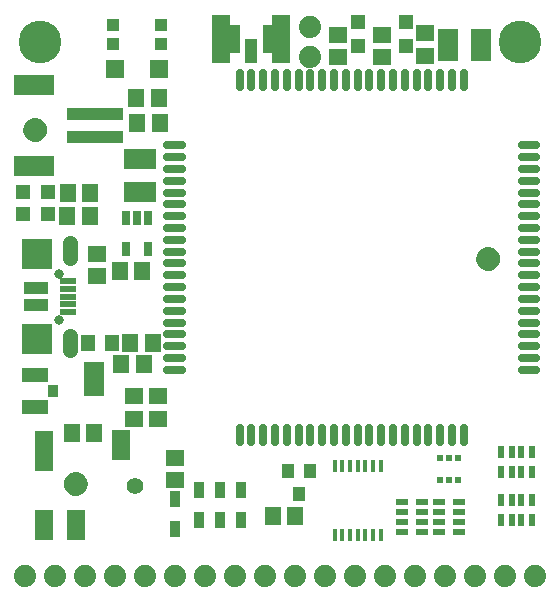
<source format=gbr>
G04 EAGLE Gerber RS-274X export*
G75*
%MOMM*%
%FSLAX34Y34*%
%LPD*%
%INSoldermask Top*%
%IPPOS*%
%AMOC8*
5,1,8,0,0,1.08239X$1,22.5*%
G01*
%ADD10R,0.651600X1.301600*%
%ADD11R,1.301600X1.301600*%
%ADD12R,1.401600X1.601600*%
%ADD13R,4.701600X1.101600*%
%ADD14R,3.501600X1.701600*%
%ADD15R,1.601600X1.401600*%
%ADD16C,0.801600*%
%ADD17R,2.601600X2.601600*%
%ADD18C,1.309600*%
%ADD19R,2.101600X1.101600*%
%ADD20R,1.450000X0.500000*%
%ADD21R,1.001600X1.101600*%
%ADD22R,1.501600X1.501600*%
%ADD23R,2.801600X1.701600*%
%ADD24R,0.601600X0.601600*%
%ADD25R,0.501600X0.601600*%
%ADD26C,3.617600*%
%ADD27C,1.101600*%
%ADD28C,0.500000*%
%ADD29R,0.901600X1.451600*%
%ADD30R,0.450000X1.000000*%
%ADD31R,1.601600X2.601600*%
%ADD32R,1.601600X3.501600*%
%ADD33C,1.401600*%
%ADD34R,1.625600X4.165600*%
%ADD35R,1.117600X2.133600*%
%ADD36R,0.914400X2.336800*%
%ADD37R,2.301600X1.151600*%
%ADD38R,0.901600X1.101600*%
%ADD39R,1.001600X0.551600*%
%ADD40R,0.551600X1.001600*%
%ADD41C,0.701600*%
%ADD42R,1.701600X2.801600*%
%ADD43C,1.879600*%
%ADD44R,1.101600X1.301600*%
%ADD45R,1.301600X1.401600*%
%ADD46R,1.651000X2.921000*%


D10*
X117450Y320341D03*
X107950Y320341D03*
X98450Y320341D03*
X98450Y294339D03*
X117450Y294339D03*
D11*
X32100Y323960D03*
X11100Y323960D03*
X11150Y342440D03*
X32150Y342440D03*
D12*
X48920Y322580D03*
X67920Y322580D03*
X49080Y341630D03*
X68080Y341630D03*
D13*
X72560Y388780D03*
X72560Y408780D03*
D14*
X20560Y364780D03*
X20560Y432780D03*
D15*
X73660Y290170D03*
X73660Y271170D03*
D12*
X112370Y275590D03*
X93370Y275590D03*
D16*
X41910Y273500D03*
X41910Y234500D03*
D17*
X22910Y218000D03*
X22910Y290000D03*
D18*
X50910Y287000D02*
X50910Y299080D01*
X50910Y221000D02*
X50910Y208920D01*
D19*
X21910Y261500D03*
X21910Y246500D03*
D20*
X49660Y267000D03*
X49660Y260500D03*
X49660Y254000D03*
X49660Y247500D03*
X49660Y241000D03*
D21*
X128450Y484250D03*
X128450Y468250D03*
X87450Y468250D03*
X87450Y484250D03*
D22*
X89450Y447040D03*
X126450Y447040D03*
D12*
X107180Y421790D03*
X126180Y421790D03*
X108140Y400840D03*
X127140Y400840D03*
D23*
X110490Y370870D03*
X110490Y342870D03*
D24*
X379610Y116950D03*
D25*
X372110Y116950D03*
D24*
X364610Y116950D03*
X364610Y98950D03*
D25*
X372110Y98950D03*
D24*
X379610Y98950D03*
D15*
X351790Y457860D03*
X351790Y476860D03*
D11*
X335280Y486750D03*
X335280Y465750D03*
X294640Y486750D03*
X294640Y465750D03*
D15*
X314960Y475590D03*
X314960Y456590D03*
X278130Y475590D03*
X278130Y456590D03*
D26*
X431800Y469900D03*
X25400Y469900D03*
D27*
X405130Y285750D03*
D28*
X405130Y293250D02*
X404949Y293248D01*
X404768Y293241D01*
X404587Y293230D01*
X404406Y293215D01*
X404226Y293195D01*
X404046Y293171D01*
X403867Y293143D01*
X403689Y293110D01*
X403512Y293073D01*
X403335Y293032D01*
X403160Y292987D01*
X402985Y292937D01*
X402812Y292883D01*
X402641Y292825D01*
X402470Y292763D01*
X402302Y292696D01*
X402135Y292626D01*
X401969Y292552D01*
X401806Y292473D01*
X401645Y292391D01*
X401485Y292305D01*
X401328Y292215D01*
X401173Y292121D01*
X401020Y292024D01*
X400870Y291922D01*
X400722Y291818D01*
X400576Y291709D01*
X400434Y291598D01*
X400294Y291482D01*
X400157Y291364D01*
X400022Y291242D01*
X399891Y291117D01*
X399763Y290989D01*
X399638Y290858D01*
X399516Y290723D01*
X399398Y290586D01*
X399282Y290446D01*
X399171Y290304D01*
X399062Y290158D01*
X398958Y290010D01*
X398856Y289860D01*
X398759Y289707D01*
X398665Y289552D01*
X398575Y289395D01*
X398489Y289235D01*
X398407Y289074D01*
X398328Y288911D01*
X398254Y288745D01*
X398184Y288578D01*
X398117Y288410D01*
X398055Y288239D01*
X397997Y288068D01*
X397943Y287895D01*
X397893Y287720D01*
X397848Y287545D01*
X397807Y287368D01*
X397770Y287191D01*
X397737Y287013D01*
X397709Y286834D01*
X397685Y286654D01*
X397665Y286474D01*
X397650Y286293D01*
X397639Y286112D01*
X397632Y285931D01*
X397630Y285750D01*
X405130Y293250D02*
X405311Y293248D01*
X405492Y293241D01*
X405673Y293230D01*
X405854Y293215D01*
X406034Y293195D01*
X406214Y293171D01*
X406393Y293143D01*
X406571Y293110D01*
X406748Y293073D01*
X406925Y293032D01*
X407100Y292987D01*
X407275Y292937D01*
X407448Y292883D01*
X407619Y292825D01*
X407790Y292763D01*
X407958Y292696D01*
X408125Y292626D01*
X408291Y292552D01*
X408454Y292473D01*
X408615Y292391D01*
X408775Y292305D01*
X408932Y292215D01*
X409087Y292121D01*
X409240Y292024D01*
X409390Y291922D01*
X409538Y291818D01*
X409684Y291709D01*
X409826Y291598D01*
X409966Y291482D01*
X410103Y291364D01*
X410238Y291242D01*
X410369Y291117D01*
X410497Y290989D01*
X410622Y290858D01*
X410744Y290723D01*
X410862Y290586D01*
X410978Y290446D01*
X411089Y290304D01*
X411198Y290158D01*
X411302Y290010D01*
X411404Y289860D01*
X411501Y289707D01*
X411595Y289552D01*
X411685Y289395D01*
X411771Y289235D01*
X411853Y289074D01*
X411932Y288911D01*
X412006Y288745D01*
X412076Y288578D01*
X412143Y288410D01*
X412205Y288239D01*
X412263Y288068D01*
X412317Y287895D01*
X412367Y287720D01*
X412412Y287545D01*
X412453Y287368D01*
X412490Y287191D01*
X412523Y287013D01*
X412551Y286834D01*
X412575Y286654D01*
X412595Y286474D01*
X412610Y286293D01*
X412621Y286112D01*
X412628Y285931D01*
X412630Y285750D01*
X412628Y285569D01*
X412621Y285388D01*
X412610Y285207D01*
X412595Y285026D01*
X412575Y284846D01*
X412551Y284666D01*
X412523Y284487D01*
X412490Y284309D01*
X412453Y284132D01*
X412412Y283955D01*
X412367Y283780D01*
X412317Y283605D01*
X412263Y283432D01*
X412205Y283261D01*
X412143Y283090D01*
X412076Y282922D01*
X412006Y282755D01*
X411932Y282589D01*
X411853Y282426D01*
X411771Y282265D01*
X411685Y282105D01*
X411595Y281948D01*
X411501Y281793D01*
X411404Y281640D01*
X411302Y281490D01*
X411198Y281342D01*
X411089Y281196D01*
X410978Y281054D01*
X410862Y280914D01*
X410744Y280777D01*
X410622Y280642D01*
X410497Y280511D01*
X410369Y280383D01*
X410238Y280258D01*
X410103Y280136D01*
X409966Y280018D01*
X409826Y279902D01*
X409684Y279791D01*
X409538Y279682D01*
X409390Y279578D01*
X409240Y279476D01*
X409087Y279379D01*
X408932Y279285D01*
X408775Y279195D01*
X408615Y279109D01*
X408454Y279027D01*
X408291Y278948D01*
X408125Y278874D01*
X407958Y278804D01*
X407790Y278737D01*
X407619Y278675D01*
X407448Y278617D01*
X407275Y278563D01*
X407100Y278513D01*
X406925Y278468D01*
X406748Y278427D01*
X406571Y278390D01*
X406393Y278357D01*
X406214Y278329D01*
X406034Y278305D01*
X405854Y278285D01*
X405673Y278270D01*
X405492Y278259D01*
X405311Y278252D01*
X405130Y278250D01*
X404949Y278252D01*
X404768Y278259D01*
X404587Y278270D01*
X404406Y278285D01*
X404226Y278305D01*
X404046Y278329D01*
X403867Y278357D01*
X403689Y278390D01*
X403512Y278427D01*
X403335Y278468D01*
X403160Y278513D01*
X402985Y278563D01*
X402812Y278617D01*
X402641Y278675D01*
X402470Y278737D01*
X402302Y278804D01*
X402135Y278874D01*
X401969Y278948D01*
X401806Y279027D01*
X401645Y279109D01*
X401485Y279195D01*
X401328Y279285D01*
X401173Y279379D01*
X401020Y279476D01*
X400870Y279578D01*
X400722Y279682D01*
X400576Y279791D01*
X400434Y279902D01*
X400294Y280018D01*
X400157Y280136D01*
X400022Y280258D01*
X399891Y280383D01*
X399763Y280511D01*
X399638Y280642D01*
X399516Y280777D01*
X399398Y280914D01*
X399282Y281054D01*
X399171Y281196D01*
X399062Y281342D01*
X398958Y281490D01*
X398856Y281640D01*
X398759Y281793D01*
X398665Y281948D01*
X398575Y282105D01*
X398489Y282265D01*
X398407Y282426D01*
X398328Y282589D01*
X398254Y282755D01*
X398184Y282922D01*
X398117Y283090D01*
X398055Y283261D01*
X397997Y283432D01*
X397943Y283605D01*
X397893Y283780D01*
X397848Y283955D01*
X397807Y284132D01*
X397770Y284309D01*
X397737Y284487D01*
X397709Y284666D01*
X397685Y284846D01*
X397665Y285026D01*
X397650Y285207D01*
X397639Y285388D01*
X397632Y285569D01*
X397630Y285750D01*
D27*
X21590Y394970D03*
D28*
X21590Y402470D02*
X21409Y402468D01*
X21228Y402461D01*
X21047Y402450D01*
X20866Y402435D01*
X20686Y402415D01*
X20506Y402391D01*
X20327Y402363D01*
X20149Y402330D01*
X19972Y402293D01*
X19795Y402252D01*
X19620Y402207D01*
X19445Y402157D01*
X19272Y402103D01*
X19101Y402045D01*
X18930Y401983D01*
X18762Y401916D01*
X18595Y401846D01*
X18429Y401772D01*
X18266Y401693D01*
X18105Y401611D01*
X17945Y401525D01*
X17788Y401435D01*
X17633Y401341D01*
X17480Y401244D01*
X17330Y401142D01*
X17182Y401038D01*
X17036Y400929D01*
X16894Y400818D01*
X16754Y400702D01*
X16617Y400584D01*
X16482Y400462D01*
X16351Y400337D01*
X16223Y400209D01*
X16098Y400078D01*
X15976Y399943D01*
X15858Y399806D01*
X15742Y399666D01*
X15631Y399524D01*
X15522Y399378D01*
X15418Y399230D01*
X15316Y399080D01*
X15219Y398927D01*
X15125Y398772D01*
X15035Y398615D01*
X14949Y398455D01*
X14867Y398294D01*
X14788Y398131D01*
X14714Y397965D01*
X14644Y397798D01*
X14577Y397630D01*
X14515Y397459D01*
X14457Y397288D01*
X14403Y397115D01*
X14353Y396940D01*
X14308Y396765D01*
X14267Y396588D01*
X14230Y396411D01*
X14197Y396233D01*
X14169Y396054D01*
X14145Y395874D01*
X14125Y395694D01*
X14110Y395513D01*
X14099Y395332D01*
X14092Y395151D01*
X14090Y394970D01*
X21590Y402470D02*
X21771Y402468D01*
X21952Y402461D01*
X22133Y402450D01*
X22314Y402435D01*
X22494Y402415D01*
X22674Y402391D01*
X22853Y402363D01*
X23031Y402330D01*
X23208Y402293D01*
X23385Y402252D01*
X23560Y402207D01*
X23735Y402157D01*
X23908Y402103D01*
X24079Y402045D01*
X24250Y401983D01*
X24418Y401916D01*
X24585Y401846D01*
X24751Y401772D01*
X24914Y401693D01*
X25075Y401611D01*
X25235Y401525D01*
X25392Y401435D01*
X25547Y401341D01*
X25700Y401244D01*
X25850Y401142D01*
X25998Y401038D01*
X26144Y400929D01*
X26286Y400818D01*
X26426Y400702D01*
X26563Y400584D01*
X26698Y400462D01*
X26829Y400337D01*
X26957Y400209D01*
X27082Y400078D01*
X27204Y399943D01*
X27322Y399806D01*
X27438Y399666D01*
X27549Y399524D01*
X27658Y399378D01*
X27762Y399230D01*
X27864Y399080D01*
X27961Y398927D01*
X28055Y398772D01*
X28145Y398615D01*
X28231Y398455D01*
X28313Y398294D01*
X28392Y398131D01*
X28466Y397965D01*
X28536Y397798D01*
X28603Y397630D01*
X28665Y397459D01*
X28723Y397288D01*
X28777Y397115D01*
X28827Y396940D01*
X28872Y396765D01*
X28913Y396588D01*
X28950Y396411D01*
X28983Y396233D01*
X29011Y396054D01*
X29035Y395874D01*
X29055Y395694D01*
X29070Y395513D01*
X29081Y395332D01*
X29088Y395151D01*
X29090Y394970D01*
X29088Y394789D01*
X29081Y394608D01*
X29070Y394427D01*
X29055Y394246D01*
X29035Y394066D01*
X29011Y393886D01*
X28983Y393707D01*
X28950Y393529D01*
X28913Y393352D01*
X28872Y393175D01*
X28827Y393000D01*
X28777Y392825D01*
X28723Y392652D01*
X28665Y392481D01*
X28603Y392310D01*
X28536Y392142D01*
X28466Y391975D01*
X28392Y391809D01*
X28313Y391646D01*
X28231Y391485D01*
X28145Y391325D01*
X28055Y391168D01*
X27961Y391013D01*
X27864Y390860D01*
X27762Y390710D01*
X27658Y390562D01*
X27549Y390416D01*
X27438Y390274D01*
X27322Y390134D01*
X27204Y389997D01*
X27082Y389862D01*
X26957Y389731D01*
X26829Y389603D01*
X26698Y389478D01*
X26563Y389356D01*
X26426Y389238D01*
X26286Y389122D01*
X26144Y389011D01*
X25998Y388902D01*
X25850Y388798D01*
X25700Y388696D01*
X25547Y388599D01*
X25392Y388505D01*
X25235Y388415D01*
X25075Y388329D01*
X24914Y388247D01*
X24751Y388168D01*
X24585Y388094D01*
X24418Y388024D01*
X24250Y387957D01*
X24079Y387895D01*
X23908Y387837D01*
X23735Y387783D01*
X23560Y387733D01*
X23385Y387688D01*
X23208Y387647D01*
X23031Y387610D01*
X22853Y387577D01*
X22674Y387549D01*
X22494Y387525D01*
X22314Y387505D01*
X22133Y387490D01*
X21952Y387479D01*
X21771Y387472D01*
X21590Y387470D01*
X21409Y387472D01*
X21228Y387479D01*
X21047Y387490D01*
X20866Y387505D01*
X20686Y387525D01*
X20506Y387549D01*
X20327Y387577D01*
X20149Y387610D01*
X19972Y387647D01*
X19795Y387688D01*
X19620Y387733D01*
X19445Y387783D01*
X19272Y387837D01*
X19101Y387895D01*
X18930Y387957D01*
X18762Y388024D01*
X18595Y388094D01*
X18429Y388168D01*
X18266Y388247D01*
X18105Y388329D01*
X17945Y388415D01*
X17788Y388505D01*
X17633Y388599D01*
X17480Y388696D01*
X17330Y388798D01*
X17182Y388902D01*
X17036Y389011D01*
X16894Y389122D01*
X16754Y389238D01*
X16617Y389356D01*
X16482Y389478D01*
X16351Y389603D01*
X16223Y389731D01*
X16098Y389862D01*
X15976Y389997D01*
X15858Y390134D01*
X15742Y390274D01*
X15631Y390416D01*
X15522Y390562D01*
X15418Y390710D01*
X15316Y390860D01*
X15219Y391013D01*
X15125Y391168D01*
X15035Y391325D01*
X14949Y391485D01*
X14867Y391646D01*
X14788Y391809D01*
X14714Y391975D01*
X14644Y392142D01*
X14577Y392310D01*
X14515Y392481D01*
X14457Y392652D01*
X14403Y392825D01*
X14353Y393000D01*
X14308Y393175D01*
X14267Y393352D01*
X14230Y393529D01*
X14197Y393707D01*
X14169Y393886D01*
X14145Y394066D01*
X14125Y394246D01*
X14110Y394427D01*
X14099Y394608D01*
X14092Y394789D01*
X14090Y394970D01*
D27*
X55880Y95250D03*
D28*
X55880Y102750D02*
X55699Y102748D01*
X55518Y102741D01*
X55337Y102730D01*
X55156Y102715D01*
X54976Y102695D01*
X54796Y102671D01*
X54617Y102643D01*
X54439Y102610D01*
X54262Y102573D01*
X54085Y102532D01*
X53910Y102487D01*
X53735Y102437D01*
X53562Y102383D01*
X53391Y102325D01*
X53220Y102263D01*
X53052Y102196D01*
X52885Y102126D01*
X52719Y102052D01*
X52556Y101973D01*
X52395Y101891D01*
X52235Y101805D01*
X52078Y101715D01*
X51923Y101621D01*
X51770Y101524D01*
X51620Y101422D01*
X51472Y101318D01*
X51326Y101209D01*
X51184Y101098D01*
X51044Y100982D01*
X50907Y100864D01*
X50772Y100742D01*
X50641Y100617D01*
X50513Y100489D01*
X50388Y100358D01*
X50266Y100223D01*
X50148Y100086D01*
X50032Y99946D01*
X49921Y99804D01*
X49812Y99658D01*
X49708Y99510D01*
X49606Y99360D01*
X49509Y99207D01*
X49415Y99052D01*
X49325Y98895D01*
X49239Y98735D01*
X49157Y98574D01*
X49078Y98411D01*
X49004Y98245D01*
X48934Y98078D01*
X48867Y97910D01*
X48805Y97739D01*
X48747Y97568D01*
X48693Y97395D01*
X48643Y97220D01*
X48598Y97045D01*
X48557Y96868D01*
X48520Y96691D01*
X48487Y96513D01*
X48459Y96334D01*
X48435Y96154D01*
X48415Y95974D01*
X48400Y95793D01*
X48389Y95612D01*
X48382Y95431D01*
X48380Y95250D01*
X55880Y102750D02*
X56061Y102748D01*
X56242Y102741D01*
X56423Y102730D01*
X56604Y102715D01*
X56784Y102695D01*
X56964Y102671D01*
X57143Y102643D01*
X57321Y102610D01*
X57498Y102573D01*
X57675Y102532D01*
X57850Y102487D01*
X58025Y102437D01*
X58198Y102383D01*
X58369Y102325D01*
X58540Y102263D01*
X58708Y102196D01*
X58875Y102126D01*
X59041Y102052D01*
X59204Y101973D01*
X59365Y101891D01*
X59525Y101805D01*
X59682Y101715D01*
X59837Y101621D01*
X59990Y101524D01*
X60140Y101422D01*
X60288Y101318D01*
X60434Y101209D01*
X60576Y101098D01*
X60716Y100982D01*
X60853Y100864D01*
X60988Y100742D01*
X61119Y100617D01*
X61247Y100489D01*
X61372Y100358D01*
X61494Y100223D01*
X61612Y100086D01*
X61728Y99946D01*
X61839Y99804D01*
X61948Y99658D01*
X62052Y99510D01*
X62154Y99360D01*
X62251Y99207D01*
X62345Y99052D01*
X62435Y98895D01*
X62521Y98735D01*
X62603Y98574D01*
X62682Y98411D01*
X62756Y98245D01*
X62826Y98078D01*
X62893Y97910D01*
X62955Y97739D01*
X63013Y97568D01*
X63067Y97395D01*
X63117Y97220D01*
X63162Y97045D01*
X63203Y96868D01*
X63240Y96691D01*
X63273Y96513D01*
X63301Y96334D01*
X63325Y96154D01*
X63345Y95974D01*
X63360Y95793D01*
X63371Y95612D01*
X63378Y95431D01*
X63380Y95250D01*
X63378Y95069D01*
X63371Y94888D01*
X63360Y94707D01*
X63345Y94526D01*
X63325Y94346D01*
X63301Y94166D01*
X63273Y93987D01*
X63240Y93809D01*
X63203Y93632D01*
X63162Y93455D01*
X63117Y93280D01*
X63067Y93105D01*
X63013Y92932D01*
X62955Y92761D01*
X62893Y92590D01*
X62826Y92422D01*
X62756Y92255D01*
X62682Y92089D01*
X62603Y91926D01*
X62521Y91765D01*
X62435Y91605D01*
X62345Y91448D01*
X62251Y91293D01*
X62154Y91140D01*
X62052Y90990D01*
X61948Y90842D01*
X61839Y90696D01*
X61728Y90554D01*
X61612Y90414D01*
X61494Y90277D01*
X61372Y90142D01*
X61247Y90011D01*
X61119Y89883D01*
X60988Y89758D01*
X60853Y89636D01*
X60716Y89518D01*
X60576Y89402D01*
X60434Y89291D01*
X60288Y89182D01*
X60140Y89078D01*
X59990Y88976D01*
X59837Y88879D01*
X59682Y88785D01*
X59525Y88695D01*
X59365Y88609D01*
X59204Y88527D01*
X59041Y88448D01*
X58875Y88374D01*
X58708Y88304D01*
X58540Y88237D01*
X58369Y88175D01*
X58198Y88117D01*
X58025Y88063D01*
X57850Y88013D01*
X57675Y87968D01*
X57498Y87927D01*
X57321Y87890D01*
X57143Y87857D01*
X56964Y87829D01*
X56784Y87805D01*
X56604Y87785D01*
X56423Y87770D01*
X56242Y87759D01*
X56061Y87752D01*
X55880Y87750D01*
X55699Y87752D01*
X55518Y87759D01*
X55337Y87770D01*
X55156Y87785D01*
X54976Y87805D01*
X54796Y87829D01*
X54617Y87857D01*
X54439Y87890D01*
X54262Y87927D01*
X54085Y87968D01*
X53910Y88013D01*
X53735Y88063D01*
X53562Y88117D01*
X53391Y88175D01*
X53220Y88237D01*
X53052Y88304D01*
X52885Y88374D01*
X52719Y88448D01*
X52556Y88527D01*
X52395Y88609D01*
X52235Y88695D01*
X52078Y88785D01*
X51923Y88879D01*
X51770Y88976D01*
X51620Y89078D01*
X51472Y89182D01*
X51326Y89291D01*
X51184Y89402D01*
X51044Y89518D01*
X50907Y89636D01*
X50772Y89758D01*
X50641Y89883D01*
X50513Y90011D01*
X50388Y90142D01*
X50266Y90277D01*
X50148Y90414D01*
X50032Y90554D01*
X49921Y90696D01*
X49812Y90842D01*
X49708Y90990D01*
X49606Y91140D01*
X49509Y91293D01*
X49415Y91448D01*
X49325Y91605D01*
X49239Y91765D01*
X49157Y91926D01*
X49078Y92089D01*
X49004Y92255D01*
X48934Y92422D01*
X48867Y92590D01*
X48805Y92761D01*
X48747Y92932D01*
X48693Y93105D01*
X48643Y93280D01*
X48598Y93455D01*
X48557Y93632D01*
X48520Y93809D01*
X48487Y93987D01*
X48459Y94166D01*
X48435Y94346D01*
X48415Y94526D01*
X48400Y94707D01*
X48389Y94888D01*
X48382Y95069D01*
X48380Y95250D01*
D29*
X139700Y57150D03*
X139700Y82550D03*
X160020Y64770D03*
X160020Y90170D03*
D30*
X314140Y110530D03*
X307640Y110530D03*
X301140Y110530D03*
X294640Y110530D03*
X288140Y110530D03*
X281640Y110530D03*
X275140Y110530D03*
X275140Y52030D03*
X281640Y52030D03*
X288140Y52030D03*
X294640Y52030D03*
X301140Y52030D03*
X307640Y52030D03*
X314140Y52030D03*
D31*
X29270Y60980D03*
X94270Y127980D03*
X56270Y60980D03*
D32*
X29270Y122980D03*
D33*
X106270Y93980D03*
D12*
X52730Y138430D03*
X71730Y138430D03*
D34*
X229870Y472440D03*
X179070Y472440D03*
D35*
X204470Y462280D03*
D36*
X218424Y472186D03*
X190516Y472186D03*
D37*
X21590Y187740D03*
X21590Y160240D03*
D38*
X36840Y173990D03*
D39*
X331860Y54310D03*
X348860Y54310D03*
X331860Y63310D03*
X331860Y71310D03*
X331860Y80310D03*
X348860Y80310D03*
X348860Y63310D03*
X348860Y71310D03*
X363610Y54310D03*
X380610Y54310D03*
X363610Y63310D03*
X363610Y71310D03*
X363610Y80310D03*
X380610Y80310D03*
X380610Y63310D03*
X380610Y71310D03*
D40*
X416260Y122800D03*
X416260Y105800D03*
X425260Y122800D03*
X433260Y122800D03*
X442260Y122800D03*
X442260Y105800D03*
X425260Y105800D03*
X433260Y105800D03*
X416260Y82160D03*
X416260Y65160D03*
X425260Y82160D03*
X433260Y82160D03*
X442260Y82160D03*
X442260Y65160D03*
X425260Y65160D03*
X433260Y65160D03*
D41*
X194560Y131020D02*
X194560Y143020D01*
X204560Y143020D02*
X204560Y131020D01*
X214560Y131020D02*
X214560Y143020D01*
X224560Y143020D02*
X224560Y131020D01*
X234560Y131020D02*
X234560Y143020D01*
X244560Y143020D02*
X244560Y131020D01*
X254560Y131020D02*
X254560Y143020D01*
X264560Y143020D02*
X264560Y131020D01*
X274560Y131020D02*
X274560Y143020D01*
X284560Y143020D02*
X284560Y131020D01*
X294560Y131020D02*
X294560Y143020D01*
X304560Y143020D02*
X304560Y131020D01*
X314560Y131020D02*
X314560Y143020D01*
X324560Y143020D02*
X324560Y131020D01*
X334560Y131020D02*
X334560Y143020D01*
X344560Y143020D02*
X344560Y131020D01*
X354560Y131020D02*
X354560Y143020D01*
X364560Y143020D02*
X364560Y131020D01*
X374560Y131020D02*
X374560Y143020D01*
X384560Y143020D02*
X384560Y131020D01*
X433560Y192020D02*
X445560Y192020D01*
X445560Y202020D02*
X433560Y202020D01*
X433560Y212020D02*
X445560Y212020D01*
X445560Y222020D02*
X433560Y222020D01*
X433560Y232020D02*
X445560Y232020D01*
X445560Y242020D02*
X433560Y242020D01*
X433560Y252020D02*
X445560Y252020D01*
X445560Y262020D02*
X433560Y262020D01*
X433560Y272020D02*
X445560Y272020D01*
X445560Y282020D02*
X433560Y282020D01*
X433560Y292020D02*
X445560Y292020D01*
X445560Y302020D02*
X433560Y302020D01*
X433560Y312020D02*
X445560Y312020D01*
X445560Y322020D02*
X433560Y322020D01*
X433560Y332020D02*
X445560Y332020D01*
X445560Y342020D02*
X433560Y342020D01*
X433560Y352020D02*
X445560Y352020D01*
X445560Y362020D02*
X433560Y362020D01*
X433560Y372020D02*
X445560Y372020D01*
X445560Y382020D02*
X433560Y382020D01*
X384560Y431020D02*
X384560Y443020D01*
X374560Y443020D02*
X374560Y431020D01*
X364560Y431020D02*
X364560Y443020D01*
X354560Y443020D02*
X354560Y431020D01*
X344560Y431020D02*
X344560Y443020D01*
X334560Y443020D02*
X334560Y431020D01*
X324560Y431020D02*
X324560Y443020D01*
X314560Y443020D02*
X314560Y431020D01*
X304560Y431020D02*
X304560Y443020D01*
X294560Y443020D02*
X294560Y431020D01*
X284560Y431020D02*
X284560Y443020D01*
X274560Y443020D02*
X274560Y431020D01*
X264560Y431020D02*
X264560Y443020D01*
X254560Y443020D02*
X254560Y431020D01*
X244560Y431020D02*
X244560Y443020D01*
X234560Y443020D02*
X234560Y431020D01*
X224560Y431020D02*
X224560Y443020D01*
X214560Y443020D02*
X214560Y431020D01*
X204560Y431020D02*
X204560Y443020D01*
X194560Y443020D02*
X194560Y431020D01*
X145560Y382020D02*
X133560Y382020D01*
X133560Y372020D02*
X145560Y372020D01*
X145560Y362020D02*
X133560Y362020D01*
X133560Y352020D02*
X145560Y352020D01*
X145560Y342020D02*
X133560Y342020D01*
X133560Y332020D02*
X145560Y332020D01*
X145560Y322020D02*
X133560Y322020D01*
X133560Y312020D02*
X145560Y312020D01*
X145560Y302020D02*
X133560Y302020D01*
X133560Y292020D02*
X145560Y292020D01*
X145560Y282020D02*
X133560Y282020D01*
X133560Y272020D02*
X145560Y272020D01*
X145560Y262020D02*
X133560Y262020D01*
X133560Y252020D02*
X145560Y252020D01*
X145560Y242020D02*
X133560Y242020D01*
X133560Y232020D02*
X145560Y232020D01*
X145560Y222020D02*
X133560Y222020D01*
X133560Y212020D02*
X145560Y212020D01*
X145560Y202020D02*
X133560Y202020D01*
X133560Y192020D02*
X145560Y192020D01*
D42*
X398810Y467360D03*
X370810Y467360D03*
D43*
X12700Y17780D03*
X38100Y17780D03*
X63500Y17780D03*
X88900Y17780D03*
X114300Y17780D03*
X139700Y17780D03*
X165100Y17780D03*
X190500Y17780D03*
X215900Y17780D03*
X241300Y17780D03*
X266700Y17780D03*
X292100Y17780D03*
X317500Y17780D03*
X342900Y17780D03*
X368300Y17780D03*
X393700Y17780D03*
X419100Y17780D03*
X444500Y17780D03*
D29*
X177800Y64770D03*
X177800Y90170D03*
D12*
X241910Y68580D03*
X222910Y68580D03*
D44*
X245110Y86520D03*
X235610Y106520D03*
X254610Y106520D03*
D12*
X102260Y214630D03*
X121260Y214630D03*
D45*
X66040Y214630D03*
X86360Y214630D03*
D46*
X71120Y184150D03*
D15*
X125730Y169520D03*
X125730Y150520D03*
X105410Y169520D03*
X105410Y150520D03*
D12*
X113640Y196850D03*
X94640Y196850D03*
D15*
X139700Y98450D03*
X139700Y117450D03*
D29*
X195580Y64770D03*
X195580Y90170D03*
D43*
X254000Y482600D03*
X254000Y457200D03*
M02*

</source>
